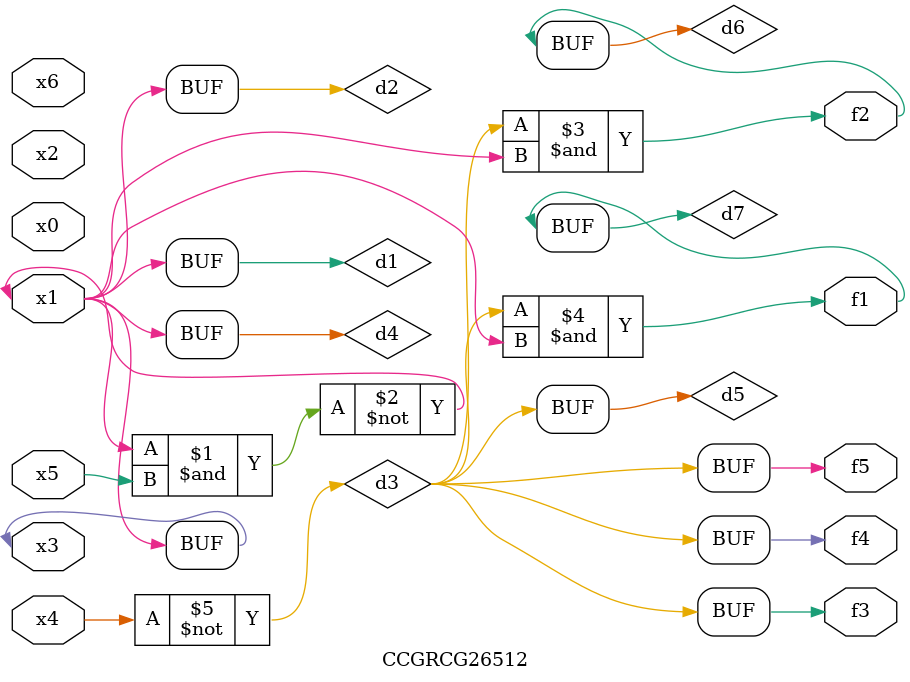
<source format=v>
module CCGRCG26512(
	input x0, x1, x2, x3, x4, x5, x6,
	output f1, f2, f3, f4, f5
);

	wire d1, d2, d3, d4, d5, d6, d7;

	buf (d1, x1, x3);
	nand (d2, x1, x5);
	not (d3, x4);
	buf (d4, d1, d2);
	buf (d5, d3);
	and (d6, d3, d4);
	and (d7, d3, d4);
	assign f1 = d7;
	assign f2 = d6;
	assign f3 = d5;
	assign f4 = d5;
	assign f5 = d5;
endmodule

</source>
